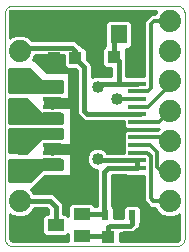
<source format=gtl>
G75*
%MOIN*%
%OFA0B0*%
%FSLAX24Y24*%
%IPPOS*%
%LPD*%
%AMOC8*
5,1,8,0,0,1.08239X$1,22.5*
%
%ADD10C,0.0010*%
%ADD11R,0.0433X0.0394*%
%ADD12R,0.0591X0.0157*%
%ADD13R,0.0740X0.0740*%
%ADD14C,0.0740*%
%ADD15R,0.0551X0.0630*%
%ADD16R,0.0248X0.0327*%
%ADD17R,0.0551X0.0394*%
%ADD18C,0.0100*%
%ADD19C,0.0160*%
%ADD20C,0.0400*%
%ADD21C,0.0120*%
D10*
X000150Y000440D02*
X000150Y007940D01*
X000152Y007970D01*
X000157Y008000D01*
X000166Y008029D01*
X000179Y008056D01*
X000194Y008082D01*
X000213Y008106D01*
X000234Y008127D01*
X000258Y008146D01*
X000284Y008161D01*
X000311Y008174D01*
X000340Y008183D01*
X000370Y008188D01*
X000400Y008190D01*
X005900Y008190D01*
X005930Y008188D01*
X005960Y008183D01*
X005989Y008174D01*
X006016Y008161D01*
X006042Y008146D01*
X006066Y008127D01*
X006087Y008106D01*
X006106Y008082D01*
X006121Y008056D01*
X006134Y008029D01*
X006143Y008000D01*
X006148Y007970D01*
X006150Y007940D01*
X006150Y000440D01*
X006148Y000410D01*
X006143Y000380D01*
X006134Y000351D01*
X006121Y000324D01*
X006106Y000298D01*
X006087Y000274D01*
X006066Y000253D01*
X006042Y000234D01*
X006016Y000219D01*
X005989Y000206D01*
X005960Y000197D01*
X005930Y000192D01*
X005900Y000190D01*
X000400Y000190D01*
X000370Y000192D01*
X000340Y000197D01*
X000311Y000206D01*
X000284Y000219D01*
X000258Y000234D01*
X000234Y000253D01*
X000213Y000274D01*
X000194Y000298D01*
X000179Y000324D01*
X000166Y000351D01*
X000157Y000380D01*
X000152Y000410D01*
X000150Y000440D01*
D11*
X003596Y000500D03*
X004304Y000500D03*
X002504Y006440D03*
X001796Y006440D03*
X003796Y006490D03*
X004504Y006490D03*
D12*
X004577Y005597D03*
X004577Y005342D03*
X004577Y005086D03*
X004577Y004830D03*
X004577Y004574D03*
X004577Y004318D03*
X004577Y004062D03*
X004577Y003806D03*
X004577Y003550D03*
X004577Y003294D03*
X004577Y003038D03*
X004577Y002783D03*
X001723Y002783D03*
X001723Y003038D03*
X001723Y003294D03*
X001723Y003550D03*
X001723Y003806D03*
X001723Y004062D03*
X001723Y004318D03*
X001723Y004574D03*
X001723Y004830D03*
X001723Y005086D03*
X001723Y005342D03*
X001723Y005597D03*
D13*
X000650Y007690D03*
D14*
X000650Y006690D03*
X000650Y005690D03*
X000650Y004690D03*
X000650Y003690D03*
X000650Y002690D03*
X000650Y001690D03*
X000650Y000690D03*
X005650Y000690D03*
X005650Y001690D03*
X005650Y002690D03*
X005650Y003690D03*
X005650Y004690D03*
X005650Y005690D03*
X005650Y006690D03*
X005650Y007690D03*
D15*
X003951Y007240D03*
X002849Y007240D03*
D16*
X003497Y001210D03*
X004403Y001210D03*
D17*
X002713Y001264D03*
X002713Y000516D03*
X001847Y000890D03*
D18*
X002097Y001257D02*
X002097Y001543D01*
X002059Y001635D01*
X001989Y001705D01*
X001792Y001902D01*
X001700Y001940D01*
X001131Y001940D01*
X001108Y001996D01*
X001014Y002090D01*
X001050Y002090D01*
X001480Y002520D01*
X002350Y002530D01*
X002350Y003290D01*
X001480Y003290D01*
X001480Y003550D01*
X002350Y003550D01*
X002350Y004820D01*
X002091Y004820D01*
X002089Y004823D01*
X001480Y004823D01*
X001480Y005093D01*
X002089Y005093D01*
X002096Y005100D01*
X002300Y005100D01*
X002300Y005990D01*
X001550Y005990D01*
X001150Y006390D01*
X001110Y006390D01*
X001177Y006550D01*
X002118Y006550D01*
X002118Y006173D01*
X002217Y006073D01*
X002512Y006073D01*
X002550Y006034D01*
X002550Y004640D01*
X002588Y004548D01*
X002658Y004478D01*
X002758Y004378D01*
X002850Y004340D01*
X004112Y004340D01*
X004112Y004169D01*
X004211Y004069D01*
X004943Y004069D01*
X004962Y004088D01*
X005284Y004088D01*
X005232Y004036D01*
X004962Y004036D01*
X004943Y004055D01*
X004211Y004055D01*
X004112Y003955D01*
X004112Y003288D01*
X003568Y003288D01*
X003564Y003300D01*
X003460Y003404D01*
X003324Y003460D01*
X003176Y003460D01*
X003040Y003404D01*
X002936Y003300D01*
X002880Y003164D01*
X002880Y003016D01*
X002936Y002880D01*
X003040Y002776D01*
X003176Y002720D01*
X003226Y002720D01*
X003223Y002713D01*
X003223Y001514D01*
X003159Y001514D01*
X003159Y001531D01*
X003059Y001631D01*
X002367Y001631D01*
X002267Y001531D01*
X002267Y001182D01*
X002193Y001257D01*
X002097Y001257D01*
X002097Y001274D02*
X002267Y001274D01*
X002267Y001372D02*
X002097Y001372D01*
X002097Y001471D02*
X002267Y001471D01*
X002305Y001569D02*
X002086Y001569D01*
X002026Y001668D02*
X003223Y001668D01*
X003223Y001569D02*
X003121Y001569D01*
X003223Y001766D02*
X001928Y001766D01*
X001829Y001865D02*
X003223Y001865D01*
X003223Y001963D02*
X001121Y001963D01*
X001042Y002062D02*
X003223Y002062D01*
X003223Y002160D02*
X001120Y002160D01*
X001219Y002259D02*
X003223Y002259D01*
X003223Y002357D02*
X001317Y002357D01*
X001416Y002456D02*
X003223Y002456D01*
X003223Y002554D02*
X002350Y002554D01*
X002350Y002653D02*
X003223Y002653D01*
X003102Y002751D02*
X002350Y002751D01*
X002350Y002850D02*
X002967Y002850D01*
X002908Y002948D02*
X002350Y002948D01*
X002350Y003047D02*
X002880Y003047D01*
X002880Y003145D02*
X002350Y003145D01*
X002350Y003244D02*
X002913Y003244D01*
X002979Y003342D02*
X001480Y003342D01*
X001480Y003441D02*
X003129Y003441D01*
X003371Y003441D02*
X004112Y003441D01*
X004112Y003539D02*
X001480Y003539D01*
X001305Y003736D02*
X000285Y003736D01*
X000285Y003638D02*
X001204Y003638D01*
X001104Y003539D02*
X000285Y003539D01*
X000285Y003441D02*
X001003Y003441D01*
X000903Y003342D02*
X000285Y003342D01*
X000285Y003308D02*
X000285Y004090D01*
X002060Y004090D01*
X002070Y003790D01*
X001360Y003790D01*
X000860Y003300D01*
X000285Y003308D01*
X000285Y003050D02*
X002060Y003050D01*
X002070Y002750D01*
X001380Y002750D01*
X000980Y002350D01*
X000285Y002350D01*
X000285Y003050D01*
X000285Y003047D02*
X002060Y003047D01*
X002063Y002948D02*
X000285Y002948D01*
X000285Y002850D02*
X002067Y002850D01*
X002070Y002751D02*
X000285Y002751D01*
X000285Y002653D02*
X001283Y002653D01*
X001184Y002554D02*
X000285Y002554D01*
X000285Y002456D02*
X001086Y002456D01*
X000987Y002357D02*
X000285Y002357D01*
X001131Y001440D02*
X001108Y001384D01*
X000956Y001232D01*
X000757Y001150D01*
X000543Y001150D01*
X000344Y001232D01*
X000325Y001251D01*
X000325Y000440D01*
X000328Y000421D01*
X000347Y000387D01*
X000381Y000368D01*
X000400Y000365D01*
X002267Y000365D01*
X002267Y000598D01*
X002193Y000523D01*
X001501Y000523D01*
X001401Y000623D01*
X001401Y001157D01*
X001501Y001257D01*
X001597Y001257D01*
X001597Y001390D01*
X001546Y001440D01*
X001131Y001440D01*
X001096Y001372D02*
X001597Y001372D01*
X001597Y001274D02*
X000997Y001274D01*
X000818Y001175D02*
X001419Y001175D01*
X001401Y001077D02*
X000325Y001077D01*
X000325Y000978D02*
X001401Y000978D01*
X001401Y000880D02*
X000325Y000880D01*
X000325Y000781D02*
X001401Y000781D01*
X001401Y000683D02*
X000325Y000683D01*
X000325Y000584D02*
X001440Y000584D01*
X002254Y000584D02*
X002267Y000584D01*
X002267Y000486D02*
X000325Y000486D01*
X000347Y000387D02*
X002267Y000387D01*
X003723Y001512D02*
X003723Y002540D01*
X004205Y002540D01*
X004211Y002534D01*
X004524Y002534D01*
X004527Y002533D01*
X004627Y002533D01*
X004630Y002534D01*
X004790Y002534D01*
X004790Y001675D01*
X004925Y001540D01*
X005005Y001460D01*
X005161Y001460D01*
X005192Y001384D01*
X005344Y001232D01*
X005543Y001150D01*
X005757Y001150D01*
X005956Y001232D01*
X005975Y001251D01*
X005975Y000440D01*
X005972Y000421D01*
X005953Y000387D01*
X005919Y000368D01*
X005900Y000365D01*
X003982Y000365D01*
X003982Y000610D01*
X004323Y000610D01*
X004363Y000607D01*
X004373Y000610D01*
X004382Y000610D01*
X004420Y000625D01*
X004458Y000638D01*
X004465Y000644D01*
X004474Y000648D01*
X004503Y000676D01*
X004535Y000704D01*
X004544Y000708D01*
X004573Y000736D01*
X004603Y000763D01*
X004608Y000771D01*
X004615Y000778D01*
X004630Y000815D01*
X004648Y000851D01*
X004649Y000861D01*
X004653Y000870D01*
X004653Y000910D01*
X004655Y000934D01*
X004697Y000976D01*
X004697Y001444D01*
X004597Y001543D01*
X004208Y001543D01*
X004109Y001444D01*
X004109Y001110D01*
X003791Y001110D01*
X003791Y001444D01*
X003723Y001512D01*
X003723Y001569D02*
X004896Y001569D01*
X004797Y001668D02*
X003723Y001668D01*
X003723Y001766D02*
X004790Y001766D01*
X004790Y001865D02*
X003723Y001865D01*
X003723Y001963D02*
X004790Y001963D01*
X004790Y002062D02*
X003723Y002062D01*
X003723Y002160D02*
X004790Y002160D01*
X004790Y002259D02*
X003723Y002259D01*
X003723Y002357D02*
X004790Y002357D01*
X004790Y002456D02*
X003723Y002456D01*
X003521Y003342D02*
X004112Y003342D01*
X004112Y003638D02*
X002350Y003638D01*
X002350Y003736D02*
X004112Y003736D01*
X004112Y003835D02*
X002350Y003835D01*
X002350Y003933D02*
X004112Y003933D01*
X004188Y004032D02*
X002350Y004032D01*
X002350Y004130D02*
X004151Y004130D01*
X004112Y004229D02*
X002350Y004229D01*
X002350Y004327D02*
X004112Y004327D01*
X004200Y005840D02*
X004200Y006385D01*
X004182Y006428D01*
X004182Y006755D01*
X004297Y006755D01*
X004397Y006855D01*
X004397Y007625D01*
X004297Y007725D01*
X003605Y007725D01*
X003506Y007625D01*
X003506Y006855D01*
X003506Y006854D01*
X003409Y006757D01*
X003409Y006223D01*
X003509Y006123D01*
X003700Y006123D01*
X003700Y005840D01*
X003372Y005840D01*
X003324Y005860D01*
X003176Y005860D01*
X003050Y005808D01*
X003050Y006134D01*
X003051Y006182D01*
X003050Y006184D01*
X003050Y006185D01*
X003032Y006230D01*
X003014Y006274D01*
X003013Y006276D01*
X003012Y006277D01*
X002978Y006311D01*
X002891Y006401D01*
X002891Y006707D01*
X002791Y006807D01*
X002726Y006807D01*
X002712Y006842D01*
X002642Y006912D01*
X002542Y007012D01*
X002450Y007050D01*
X001054Y007050D01*
X000956Y007148D01*
X000757Y007230D01*
X000543Y007230D01*
X000344Y007148D01*
X000325Y007129D01*
X000325Y007940D01*
X000328Y007959D01*
X000347Y007993D01*
X000381Y008012D01*
X000400Y008015D01*
X005211Y008015D01*
X005192Y007996D01*
X005161Y007920D01*
X005025Y007920D01*
X004890Y007785D01*
X004790Y007685D01*
X004790Y005846D01*
X004630Y005846D01*
X004627Y005847D01*
X004527Y005847D01*
X004524Y005846D01*
X004211Y005846D01*
X004205Y005840D01*
X004200Y005840D01*
X004200Y005903D02*
X004790Y005903D01*
X004790Y006002D02*
X004200Y006002D01*
X004200Y006100D02*
X004790Y006100D01*
X004790Y006199D02*
X004200Y006199D01*
X004200Y006297D02*
X004790Y006297D01*
X004790Y006396D02*
X004196Y006396D01*
X004182Y006494D02*
X004790Y006494D01*
X004790Y006593D02*
X004182Y006593D01*
X004182Y006691D02*
X004790Y006691D01*
X004790Y006790D02*
X004332Y006790D01*
X004397Y006888D02*
X004790Y006888D01*
X004790Y006987D02*
X004397Y006987D01*
X004397Y007085D02*
X004790Y007085D01*
X004790Y007184D02*
X004397Y007184D01*
X004397Y007282D02*
X004790Y007282D01*
X004790Y007381D02*
X004397Y007381D01*
X004397Y007479D02*
X004790Y007479D01*
X004790Y007578D02*
X004397Y007578D01*
X004346Y007676D02*
X004790Y007676D01*
X004879Y007775D02*
X000325Y007775D01*
X000325Y007676D02*
X003556Y007676D01*
X003506Y007578D02*
X000325Y007578D01*
X000325Y007479D02*
X003506Y007479D01*
X003506Y007381D02*
X000325Y007381D01*
X000325Y007282D02*
X003506Y007282D01*
X003506Y007184D02*
X000870Y007184D01*
X001019Y007085D02*
X003506Y007085D01*
X003506Y006987D02*
X002567Y006987D01*
X002666Y006888D02*
X003506Y006888D01*
X003441Y006790D02*
X002809Y006790D01*
X002891Y006691D02*
X003409Y006691D01*
X003409Y006593D02*
X002891Y006593D01*
X002891Y006494D02*
X003409Y006494D01*
X003409Y006396D02*
X002896Y006396D01*
X002992Y006297D02*
X003409Y006297D01*
X003433Y006199D02*
X003045Y006199D01*
X003050Y006100D02*
X003700Y006100D01*
X003700Y006002D02*
X003050Y006002D01*
X003050Y005903D02*
X003700Y005903D01*
X002612Y004524D02*
X002350Y004524D01*
X002350Y004623D02*
X002557Y004623D01*
X002550Y004721D02*
X002350Y004721D01*
X002350Y004820D02*
X002550Y004820D01*
X002550Y004918D02*
X001480Y004918D01*
X001480Y005017D02*
X002550Y005017D01*
X002550Y005115D02*
X002300Y005115D01*
X002300Y005214D02*
X002550Y005214D01*
X002550Y005312D02*
X002300Y005312D01*
X002300Y005411D02*
X002550Y005411D01*
X002550Y005509D02*
X002300Y005509D01*
X002300Y005608D02*
X002550Y005608D01*
X002550Y005706D02*
X002300Y005706D01*
X002300Y005805D02*
X002550Y005805D01*
X002550Y005903D02*
X002300Y005903D01*
X002191Y006100D02*
X001440Y006100D01*
X001538Y006002D02*
X002550Y006002D01*
X002118Y006199D02*
X001341Y006199D01*
X001243Y006297D02*
X002118Y006297D01*
X002118Y006396D02*
X001113Y006396D01*
X001153Y006494D02*
X002118Y006494D01*
X002060Y005680D02*
X002050Y005330D01*
X000285Y005330D01*
X000285Y006090D01*
X000950Y006090D01*
X001350Y005690D01*
X002060Y005680D01*
X002058Y005608D02*
X000285Y005608D01*
X000285Y005706D02*
X001334Y005706D01*
X001235Y005805D02*
X000285Y005805D01*
X000285Y005903D02*
X001137Y005903D01*
X001038Y006002D02*
X000285Y006002D01*
X000285Y005509D02*
X002055Y005509D01*
X002052Y005411D02*
X000285Y005411D01*
X000285Y005090D02*
X000870Y005090D01*
X001370Y004600D01*
X002060Y004600D01*
X002060Y004290D01*
X000285Y004290D01*
X000285Y005090D01*
X000285Y005017D02*
X000945Y005017D01*
X001045Y004918D02*
X000285Y004918D01*
X000285Y004820D02*
X001146Y004820D01*
X001247Y004721D02*
X000285Y004721D01*
X000285Y004623D02*
X001347Y004623D01*
X002060Y004524D02*
X000285Y004524D01*
X000285Y004426D02*
X002060Y004426D01*
X002060Y004327D02*
X000285Y004327D01*
X000285Y004032D02*
X002062Y004032D01*
X002065Y003933D02*
X000285Y003933D01*
X000285Y003835D02*
X002069Y003835D01*
X002350Y004426D02*
X002711Y004426D01*
X003765Y001471D02*
X004135Y001471D01*
X004109Y001372D02*
X003791Y001372D01*
X003791Y001274D02*
X004109Y001274D01*
X004109Y001175D02*
X003791Y001175D01*
X003982Y000584D02*
X005975Y000584D01*
X005975Y000486D02*
X003982Y000486D01*
X003982Y000387D02*
X005953Y000387D01*
X005975Y000683D02*
X004510Y000683D01*
X004616Y000781D02*
X005975Y000781D01*
X005975Y000880D02*
X004653Y000880D01*
X004697Y000978D02*
X005975Y000978D01*
X005975Y001077D02*
X004697Y001077D01*
X004697Y001175D02*
X005482Y001175D01*
X005303Y001274D02*
X004697Y001274D01*
X004697Y001372D02*
X005204Y001372D01*
X004994Y001471D02*
X004670Y001471D01*
X005818Y001175D02*
X005975Y001175D01*
X004978Y007873D02*
X000325Y007873D01*
X000335Y007972D02*
X005182Y007972D01*
X000430Y007184D02*
X000325Y007184D01*
X000325Y001175D02*
X000482Y001175D01*
D19*
X000650Y001690D02*
X001650Y001690D01*
X001847Y001493D01*
X001847Y000890D01*
X002713Y000516D02*
X003580Y000516D01*
X003596Y000500D01*
X003596Y000806D01*
X003650Y000860D01*
X004333Y000860D01*
X004403Y000920D01*
X004403Y001210D01*
X003497Y001210D02*
X003443Y001264D01*
X002713Y001264D01*
X003473Y001234D02*
X003473Y002663D01*
X003600Y002790D01*
X004570Y002790D01*
X004577Y002783D01*
X004577Y003038D01*
X003302Y003038D01*
X003250Y003090D01*
X002900Y004590D02*
X002800Y004690D01*
X002800Y006136D01*
X002504Y006440D01*
X002500Y006444D01*
X002500Y006700D01*
X002400Y006800D01*
X000750Y006800D01*
X000650Y006690D01*
X001723Y005086D02*
X001723Y004830D01*
X001723Y003550D02*
X001723Y003294D01*
X002900Y004590D02*
X004650Y004590D01*
X004634Y004574D01*
X004577Y004574D01*
X004570Y005590D02*
X003950Y005590D01*
X003950Y006336D01*
X003796Y006490D01*
X003796Y007084D01*
X003951Y007240D01*
X003950Y005590D02*
X003350Y005590D01*
X003250Y005490D01*
X004570Y005590D02*
X004577Y005597D01*
X003473Y001234D02*
X003497Y001210D01*
D20*
X003250Y003090D03*
X002630Y004140D03*
X003250Y005490D03*
X003890Y005090D03*
D21*
X004304Y005086D01*
X004577Y005086D01*
X004577Y005342D02*
X004922Y005342D01*
X005020Y005440D01*
X005020Y007590D01*
X005120Y007690D01*
X005650Y007690D01*
X005650Y005690D02*
X005650Y005540D01*
X004940Y004830D01*
X004577Y004830D01*
X004577Y004318D02*
X005278Y004318D01*
X005650Y004690D01*
X005534Y003806D02*
X005650Y003690D01*
X005534Y003806D02*
X004577Y003806D01*
X004577Y003550D02*
X004990Y003550D01*
X005220Y003320D01*
X005220Y002820D01*
X005350Y002690D01*
X005650Y002690D01*
X005020Y003170D02*
X004896Y003294D01*
X004577Y003294D01*
X005020Y003170D02*
X005020Y001770D01*
X005100Y001690D01*
X005650Y001690D01*
M02*

</source>
